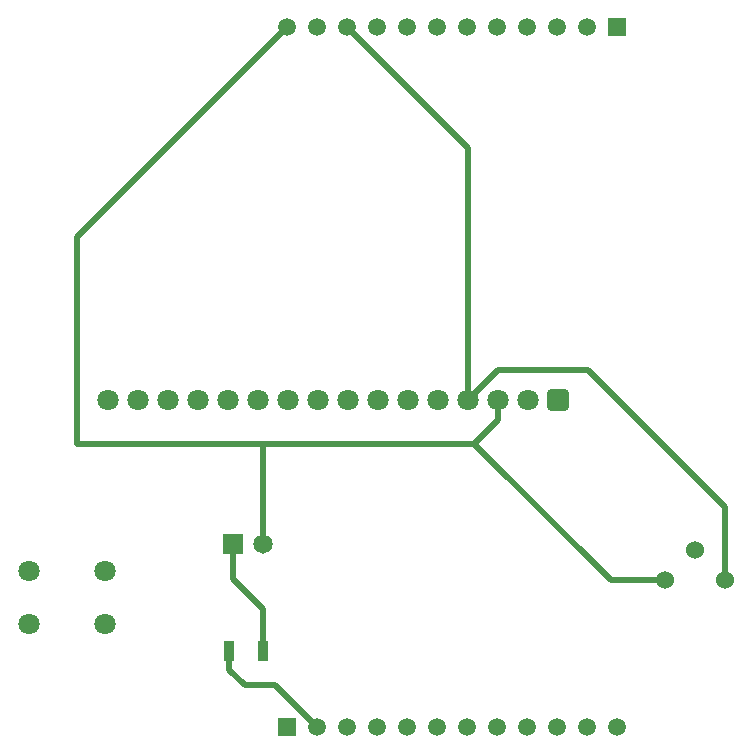
<source format=gtl>
G04 Layer_Physical_Order=1*
G04 Layer_Color=255*
%FSLAX25Y25*%
%MOIN*%
G70*
G01*
G75*
%ADD10R,0.03543X0.07087*%
%ADD11C,0.02000*%
%ADD12C,0.07087*%
%ADD13R,0.06500X0.06500*%
%ADD14C,0.06500*%
%ADD15C,0.06000*%
%ADD16R,0.05906X0.05906*%
%ADD17C,0.05906*%
G04:AMPARAMS|DCode=18|XSize=70.87mil|YSize=70.87mil|CornerRadius=8.86mil|HoleSize=0mil|Usage=FLASHONLY|Rotation=180.000|XOffset=0mil|YOffset=0mil|HoleType=Round|Shape=RoundedRectangle|*
%AMROUNDEDRECTD18*
21,1,0.07087,0.05315,0,0,180.0*
21,1,0.05315,0.07087,0,0,180.0*
1,1,0.01772,-0.02658,0.02658*
1,1,0.01772,0.02658,0.02658*
1,1,0.01772,0.02658,-0.02658*
1,1,0.01772,-0.02658,-0.02658*
%
%ADD18ROUNDEDRECTD18*%
D10*
X451709Y192500D02*
D03*
X440291D02*
D03*
D11*
X451000Y261500D02*
X522000D01*
X389500D02*
X451000D01*
X451500Y261000D01*
Y228000D02*
Y261000D01*
X451709Y192500D02*
Y206291D01*
X441500Y216500D02*
X451709Y206291D01*
X441500Y216500D02*
Y228000D01*
X455500Y181000D02*
X469500Y167000D01*
X445500Y181000D02*
X455500D01*
X440291Y186209D02*
X445500Y181000D01*
X440291Y186209D02*
Y192500D01*
X520000Y276000D02*
X530000Y286000D01*
X560000D01*
X605500Y240500D01*
Y216000D02*
Y240500D01*
X567500Y216000D02*
X585500D01*
X522000Y261500D02*
X567500Y216000D01*
X389500Y330500D02*
X459500Y400500D01*
X389500Y261500D02*
Y330500D01*
X522000Y261500D02*
X530000Y269500D01*
Y276000D01*
X479500Y400500D02*
X520000Y360000D01*
Y276000D02*
Y360000D01*
D12*
X373500Y219000D02*
D03*
X399091D02*
D03*
X373500Y201284D02*
D03*
X399091D02*
D03*
X540000Y276000D02*
D03*
X530000D02*
D03*
X520000D02*
D03*
X510000D02*
D03*
X500000D02*
D03*
X490000D02*
D03*
X480000D02*
D03*
X470000D02*
D03*
X460000D02*
D03*
X420000D02*
D03*
X430000D02*
D03*
X440000D02*
D03*
X450000D02*
D03*
X400000D02*
D03*
X410000D02*
D03*
D13*
X441500Y228000D02*
D03*
D14*
X451500D02*
D03*
D15*
X605500Y216000D02*
D03*
X595500Y226000D02*
D03*
X585500Y216000D02*
D03*
D16*
X459500Y167000D02*
D03*
X569500Y400500D02*
D03*
D17*
X469500Y167000D02*
D03*
X479500D02*
D03*
X489500D02*
D03*
X499500D02*
D03*
X509500D02*
D03*
X519500D02*
D03*
X529500D02*
D03*
X539500D02*
D03*
X549500D02*
D03*
X559500D02*
D03*
X569500D02*
D03*
X559500Y400500D02*
D03*
X549500D02*
D03*
X539500D02*
D03*
X529500D02*
D03*
X519500D02*
D03*
X509500D02*
D03*
X499500D02*
D03*
X489500D02*
D03*
X479500D02*
D03*
X469500D02*
D03*
X459500D02*
D03*
D18*
X550000Y276000D02*
D03*
M02*

</source>
